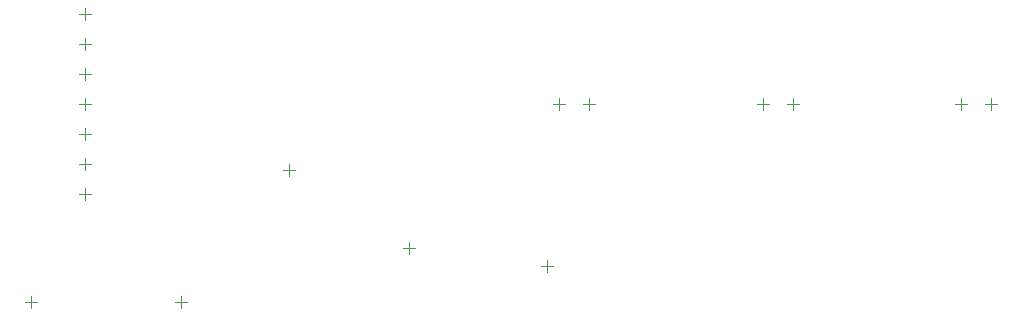
<source format=gbr>
G04*
G04 #@! TF.GenerationSoftware,Altium Limited,Altium Designer,24.1.2 (44)*
G04*
G04 Layer_Color=32896*
%FSLAX25Y25*%
%MOIN*%
G70*
G04*
G04 #@! TF.SameCoordinates,E3FF4B23-F407-445B-9987-FD0FFFC61A21*
G04*
G04*
G04 #@! TF.FilePolarity,Positive*
G04*
G01*
G75*
%ADD59C,0.00394*%
D59*
X360000Y350031D02*
Y353969D01*
X358032Y352000D02*
X361968D01*
X274000Y306031D02*
Y309968D01*
X272031Y308000D02*
X275969D01*
X324000Y306031D02*
Y309968D01*
X322031Y308000D02*
X325969D01*
X444031Y320000D02*
X447968D01*
X446000Y318032D02*
Y321969D01*
X594000Y372031D02*
Y375969D01*
X592031Y374000D02*
X595968D01*
X528000Y372031D02*
Y375969D01*
X526031Y374000D02*
X529969D01*
X460000Y372031D02*
Y375969D01*
X458032Y374000D02*
X461969D01*
X584000Y372031D02*
Y375969D01*
X582031Y374000D02*
X585968D01*
X518000Y372031D02*
Y375969D01*
X516032Y374000D02*
X519969D01*
X450000Y372031D02*
Y375969D01*
X448032Y374000D02*
X451968D01*
X398031Y326000D02*
X401968D01*
X400000Y324031D02*
Y327969D01*
X290032Y364000D02*
X293969D01*
X292000Y362032D02*
Y365968D01*
X290032Y354000D02*
X293969D01*
X292000Y352031D02*
Y355968D01*
X290032Y344000D02*
X293969D01*
X292000Y342032D02*
Y345969D01*
X290032Y374000D02*
X293969D01*
X292000Y372031D02*
Y375969D01*
X290032Y384000D02*
X293969D01*
X292000Y382031D02*
Y385968D01*
X290032Y394000D02*
X293969D01*
X292000Y392032D02*
Y395969D01*
X290032Y404000D02*
X293969D01*
X292000Y402032D02*
Y405969D01*
M02*

</source>
